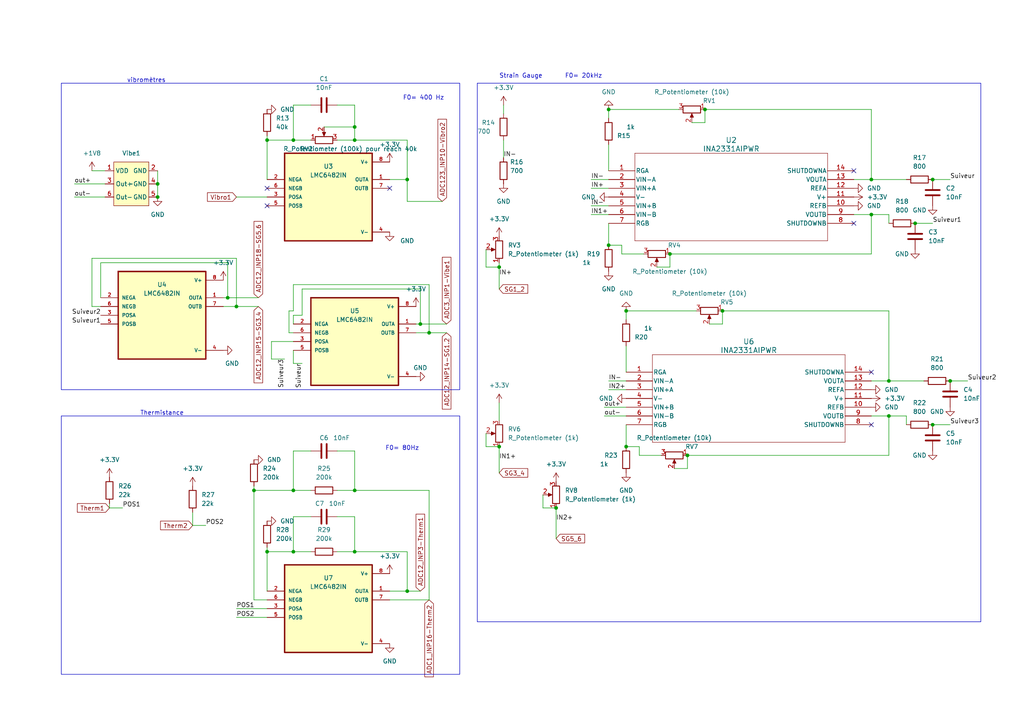
<source format=kicad_sch>
(kicad_sch (version 20230121) (generator eeschema)
  (paper "A4")
  (title_block (title "Payload") (rev "0") (company "GAUL"))
  (lib_symbols
    (symbol "Device:C" (pin_numbers hide) (pin_names (offset 0.254))
      (property "Reference" "C" (at 0.635 2.54 0))
      (property "Value" "C" (at 0.635 -2.54 0))
      (symbol "C_0_1"
        (polyline (pts (xy -2.032 -0.762) (xy 2.032 -0.762)) (stroke (width 0.508)))
        (polyline (pts (xy -2.032 0.762) (xy 2.032 0.762)) (stroke (width 0.508)))
      )
      (symbol "C_1_1"
        (pin passive line (at 0 3.81 270) (length 2.794) (name "~") (number "1"))
        (pin passive line (at 0 -3.81 90) (length 2.794) (name "~") (number "2"))
      )
    )
    (symbol "Device:R" (pin_numbers hide) (pin_names (offset 0))
      (property "Reference" "R" (at 2.032 0 90))
      (property "Value" "R" (at 0 0 90))
      (symbol "R_0_1"
        (rectangle (start -1.016 -2.54) (end 1.016 2.54) (stroke (width 0.254)))
      )
      (symbol "R_1_1"
        (pin passive line (at 0 3.81 270) (length 1.27) (name "~") (number "1"))
        (pin passive line (at 0 -3.81 90) (length 1.27) (name "~") (number "2"))
      )
    )
    (symbol "Device:R_Potentiometer" (pin_names (offset 1.016) hide)
      (property "Reference" "RV" (at -4.445 0 90))
      (property "Value" "R_Potentiometer" (at -2.54 0 90))
      (symbol "R_Potentiometer_0_1"
        (polyline (pts (xy 2.54 0) (xy 1.524 0)))
        (polyline (pts (xy 1.143 0) (xy 2.286 0.508) (xy 2.286 -0.508) (xy 1.143 0)) (fill (type outline)))
        (rectangle (start 1.016 2.54) (end -1.016 -2.54) (stroke (width 0.254)))
      )
      (symbol "R_Potentiometer_1_1"
        (pin passive line (at 0 3.81 270) (length 1.27) (name "1") (number "1"))
        (pin passive line (at 3.81 0 180) (length 1.27) (name "2") (number "2"))
        (pin passive line (at 0 -3.81 90) (length 1.27) (name "3") (number "3"))
      )
    )
    (symbol "GAUL-Symboles:INA2331AIPWR" (pin_names (offset 0.254))
      (property "Reference" "U" (at 35.56 10.16 0))
      (property "Value" "INA2331AIPWR" (at 35.56 7.62 0))
      (symbol "INA2331AIPWR_0_1"
        (polyline (pts (xy 7.62 -20.32) (xy 63.5 -20.32)) (stroke (width 0.127)))
        (polyline (pts (xy 7.62 5.08) (xy 7.62 -20.32)) (stroke (width 0.127)))
        (polyline (pts (xy 63.5 -20.32) (xy 63.5 5.08)) (stroke (width 0.127)))
        (polyline (pts (xy 63.5 5.08) (xy 7.62 5.08)) (stroke (width 0.127)))
        (pin unspecified line (at 0 0 0) (length 7.62) (name "RGA") (number "1"))
        (pin unspecified line (at 71.12 -10.16 180) (length 7.62) (name "REFB") (number "10"))
        (pin power_in line (at 71.12 -7.62 180) (length 7.62) (name "V+") (number "11"))
        (pin unspecified line (at 71.12 -5.08 180) (length 7.62) (name "REFA") (number "12"))
        (pin output line (at 71.12 -2.54 180) (length 7.62) (name "VOUTA") (number "13"))
        (pin unspecified line (at 71.12 0 180) (length 7.62) (name "SHUTDOWNA") (number "14"))
        (pin input line (at 0 -2.54 0) (length 7.62) (name "VIN-A") (number "2"))
        (pin input line (at 0 -5.08 0) (length 7.62) (name "VIN+A") (number "3"))
        (pin power_in line (at 0 -7.62 0) (length 7.62) (name "V-") (number "4"))
        (pin input line (at 0 -10.16 0) (length 7.62) (name "VIN+B") (number "5"))
        (pin input line (at 0 -12.7 0) (length 7.62) (name "VIN-B") (number "6"))
        (pin unspecified line (at 0 -15.24 0) (length 7.62) (name "RGB") (number "7"))
        (pin unspecified line (at 71.12 -15.24 180) (length 7.62) (name "SHUTDOWNB") (number "8"))
        (pin output line (at 71.12 -12.7 180) (length 7.62) (name "VOUTB") (number "9"))
      )
    )
    (symbol "GAUL-Symboles:LMC6482IN" (pin_names (offset 1.016))
      (property "Reference" "U" (at -12.7 13.7 0))
      (property "Value" "LMC6482IN" (at -12.7 -16.7 0))
      (symbol "LMC6482IN_0_0"
        (rectangle (start -12.7 -12.7) (end 12.7 12.7) (stroke (width 0.41)) (fill (type background)))
        (pin output line (at 17.78 5.08 180) (length 5.08) (name "OUTA") (number "1"))
        (pin input line (at -17.78 5.08 0) (length 5.08) (name "NEGA") (number "2"))
        (pin input line (at -17.78 0 0) (length 5.08) (name "POSA") (number "3"))
        (pin power_in line (at 17.78 -10.16 180) (length 5.08) (name "V-") (number "4"))
        (pin input line (at -17.78 -2.54 0) (length 5.08) (name "POSB") (number "5"))
        (pin input line (at -17.78 2.54 0) (length 5.08) (name "NEGB") (number "6"))
        (pin output line (at 17.78 2.54 180) (length 5.08) (name "OUTB") (number "7"))
        (pin power_in line (at 17.78 10.16 180) (length 5.08) (name "V+") (number "8"))
      )
    )
    (symbol "GAUL-Symboles:Vibromètre_(Surface_Mount)"
      (property "Reference" "Vibe1" (at 0 8.89 0))
      (property "Value" "~" (at 0 0 0))
      (symbol "Vibromètre_(Surface_Mount)_1_1"
        (rectangle (start -5.08 6.35) (end 5.08 -6.35) (fill (type background)))
        (pin input line (at -7.62 3.81 0) (length 2.54) (name "VDD") (number "1"))
        (pin power_in line (at 7.62 3.81 180) (length 2.54) (name "GND") (number "2"))
        (pin output line (at -7.62 0 0) (length 2.54) (name "Out+") (number "3"))
        (pin power_in line (at 7.62 0 180) (length 2.54) (name "GND") (number "4"))
        (pin power_in line (at 7.62 -3.81 180) (length 2.54) (name "GND") (number "5"))
        (pin output line (at -7.62 -3.81 0) (length 2.54) (name "Out-") (number "6"))
      )
    )
    (symbol "power:+1V8" (power) (pin_names (offset 0))
      (property "Value" "+1V8" (at 0 3.556 0))
      (symbol "+1V8_0_1"
        (polyline (pts (xy -0.762 1.27) (xy 0 2.54)))
        (polyline (pts (xy 0 0) (xy 0 2.54)))
        (polyline (pts (xy 0 2.54) (xy 0.762 1.27)))
      )
      (symbol "+1V8_1_1"
        (pin power_in line (at 0 0 90) (length 0) hide (name "+1V8") (number "1"))
      )
    )
    (symbol "power:+3.3V" (power) (pin_names (offset 0))
      (property "Value" "+3.3V" (at 0 3.556 0))
      (symbol "+3.3V_0_1"
        (polyline (pts (xy -0.762 1.27) (xy 0 2.54)))
        (polyline (pts (xy 0 0) (xy 0 2.54)))
        (polyline (pts (xy 0 2.54) (xy 0.762 1.27)))
      )
      (symbol "+3.3V_1_1"
        (pin power_in line (at 0 0 90) (length 0) hide (name "+3.3V") (number "1"))
      )
    )
    (symbol "power:GND" (power) (pin_names (offset 0))
      (property "Value" "GND" (at 0 -3.81 0))
      (symbol "GND_0_1"
        (polyline (pts (xy 0 0) (xy 0 -1.27) (xy 1.27 -1.27) (xy 0 -2.54) (xy -1.27 -1.27) (xy 0 -1.27)))
      )
      (symbol "GND_1_1"
        (pin power_in line (at 0 0 270) (length 0) hide (name "GND") (number "1"))
      )
    )
  )
  (junction (at 68.58 88.9))
  (junction (at 181.61 90.17))
  (junction (at 121.92 93.98))
  (junction (at 77.47 160.02))
  (junction (at 161.29 147.32))
  (junction (at 85.09 40.64))
  (junction (at 45.72 53.34))
  (junction (at 265.43 64.77))
  (junction (at 270.51 123.19))
  (junction (at 204.47 31.75))
  (junction (at 118.11 52.07))
  (junction (at 102.87 36.83))
  (junction (at 270.51 52.07))
  (junction (at 102.87 160.02))
  (junction (at 144.78 77.47))
  (junction (at 102.87 40.64))
  (junction (at 199.39 132.08))
  (junction (at 85.09 160.02))
  (junction (at 73.66 142.24))
  (junction (at 176.53 31.75))
  (junction (at 176.53 71.12))
  (junction (at 77.47 40.64))
  (junction (at 66.04 86.36))
  (junction (at 181.61 129.54))
  (junction (at 118.11 171.45))
  (junction (at 144.78 129.54))
  (junction (at 252.73 62.23))
  (junction (at 102.87 142.24))
  (junction (at 257.81 110.49))
  (junction (at 85.09 142.24))
  (junction (at 257.81 120.65))
  (junction (at 252.73 52.07))
  (junction (at 275.59 110.49))
  (junction (at 124.46 96.52))
  (junction (at 209.55 90.17))
  (junction (at 194.31 73.66))
  (junction (at 45.72 57.15))
  (no_connect (at 247.65 49.53))
  (no_connect (at 252.73 107.95))
  (no_connect (at 247.65 64.77))
  (no_connect (at 77.47 59.69))
  (no_connect (at 77.47 54.61))
  (no_connect (at 113.03 54.61))
  (no_connect (at 252.73 123.19))
  (wire (pts (xy 55.88 152.4) (xy 55.88 148.59)))
  (wire (pts (xy 140.97 129.54) (xy 144.78 129.54)))
  (wire (pts (xy 176.53 41.91) (xy 176.53 49.53)))
  (wire (pts (xy 252.73 73.66) (xy 252.73 62.23)))
  (wire (pts (xy 68.58 179.07) (xy 77.47 179.07)))
  (wire (pts (xy 74.93 88.9) (xy 68.58 88.9)))
  (wire (pts (xy 124.46 96.52) (xy 120.65 96.52)))
  (wire (pts (xy 204.47 31.75) (xy 252.73 31.75)))
  (wire (pts (xy 66.04 86.36) (xy 64.77 86.36)))
  (wire (pts (xy 257.81 132.08) (xy 257.81 120.65)))
  (wire (pts (xy 97.79 30.48) (xy 102.87 30.48)))
  (wire (pts (xy 171.45 54.61) (xy 176.53 54.61)))
  (wire (pts (xy 205.74 93.98) (xy 209.55 93.98)))
  (wire (pts (xy 21.59 53.34) (xy 30.48 53.34)))
  (wire (pts (xy 140.97 72.39) (xy 140.97 77.47)))
  (wire (pts (xy 97.79 160.02) (xy 102.87 160.02)))
  (wire (pts (xy 21.59 57.15) (xy 30.48 57.15)))
  (wire (pts (xy 85.09 160.02) (xy 90.17 160.02)))
  (wire (pts (xy 157.48 147.32) (xy 161.29 147.32)))
  (wire (pts (xy 157.48 143.51) (xy 157.48 147.32)))
  (wire (pts (xy 97.79 40.64) (xy 102.87 40.64)))
  (wire (pts (xy 252.73 52.07) (xy 247.65 52.07)))
  (wire (pts (xy 118.11 160.02) (xy 118.11 171.45)))
  (wire (pts (xy 29.21 88.9) (xy 26.67 88.9)))
  (wire (pts (xy 124.46 173.99) (xy 113.03 173.99)))
  (wire (pts (xy 262.89 52.07) (xy 252.73 52.07)))
  (wire (pts (xy 102.87 142.24) (xy 124.46 142.24)))
  (wire (pts (xy 176.53 31.75) (xy 176.53 34.29)))
  (wire (pts (xy 257.81 64.77) (xy 257.81 62.23)))
  (wire (pts (xy 181.61 100.33) (xy 181.61 107.95)))
  (wire (pts (xy 144.78 77.47) (xy 144.78 83.82)))
  (wire (pts (xy 102.87 160.02) (xy 118.11 160.02)))
  (wire (pts (xy 118.11 52.07) (xy 113.03 52.07)))
  (wire (pts (xy 90.17 30.48) (xy 85.09 30.48)))
  (wire (pts (xy 270.51 52.07) (xy 275.59 52.07)))
  (wire (pts (xy 146.05 33.02) (xy 146.05 30.48)))
  (wire (pts (xy 85.09 149.86) (xy 85.09 160.02)))
  (wire (pts (xy 124.46 142.24) (xy 124.46 173.99)))
  (wire (pts (xy 97.79 130.81) (xy 102.87 130.81)))
  (wire (pts (xy 252.73 62.23) (xy 247.65 62.23)))
  (wire (pts (xy 102.87 149.86) (xy 102.87 160.02)))
  (wire (pts (xy 176.53 31.75) (xy 196.85 31.75)))
  (wire (pts (xy 267.97 110.49) (xy 257.81 110.49)))
  (wire (pts (xy 85.09 142.24) (xy 90.17 142.24)))
  (wire (pts (xy 204.47 35.56) (xy 204.47 31.75)))
  (wire (pts (xy 85.09 130.81) (xy 85.09 142.24)))
  (wire (pts (xy 129.54 96.52) (xy 124.46 96.52)))
  (wire (pts (xy 29.21 76.2) (xy 66.04 76.2)))
  (wire (pts (xy 85.09 90.17) (xy 85.09 82.55)))
  (wire (pts (xy 181.61 129.54) (xy 181.61 123.19)))
  (wire (pts (xy 252.73 31.75) (xy 252.73 52.07)))
  (wire (pts (xy 66.04 76.2) (xy 66.04 86.36)))
  (wire (pts (xy 171.45 52.07) (xy 176.53 52.07)))
  (wire (pts (xy 68.58 176.53) (xy 77.47 176.53)))
  (wire (pts (xy 102.87 130.81) (xy 102.87 142.24)))
  (wire (pts (xy 85.09 105.41) (xy 85.09 101.6)))
  (wire (pts (xy 176.53 110.49) (xy 181.61 110.49)))
  (wire (pts (xy 199.39 132.08) (xy 257.81 132.08)))
  (wire (pts (xy 97.79 142.24) (xy 102.87 142.24)))
  (wire (pts (xy 26.67 49.53) (xy 30.48 49.53)))
  (wire (pts (xy 144.78 121.92) (xy 144.78 116.84)))
  (wire (pts (xy 146.05 40.64) (xy 146.05 45.72)))
  (wire (pts (xy 73.66 173.99) (xy 73.66 142.24)))
  (wire (pts (xy 31.75 146.05) (xy 31.75 147.32)))
  (wire (pts (xy 83.82 96.52) (xy 85.09 96.52)))
  (wire (pts (xy 68.58 74.93) (xy 68.58 88.9)))
  (wire (pts (xy 180.34 73.66) (xy 180.34 71.12)))
  (wire (pts (xy 90.17 130.81) (xy 85.09 130.81)))
  (wire (pts (xy 68.58 57.15) (xy 77.47 57.15)))
  (wire (pts (xy 118.11 40.64) (xy 118.11 52.07)))
  (wire (pts (xy 171.45 59.69) (xy 176.53 59.69)))
  (wire (pts (xy 140.97 125.73) (xy 140.97 129.54)))
  (wire (pts (xy 257.81 110.49) (xy 252.73 110.49)))
  (wire (pts (xy 175.26 120.65) (xy 181.61 120.65)))
  (wire (pts (xy 118.11 171.45) (xy 113.03 171.45)))
  (wire (pts (xy 176.53 113.03) (xy 181.61 113.03)))
  (wire (pts (xy 78.74 104.14) (xy 78.74 99.06)))
  (wire (pts (xy 77.47 40.64) (xy 77.47 52.07)))
  (wire (pts (xy 87.63 91.44) (xy 85.09 91.44)))
  (wire (pts (xy 124.46 82.55) (xy 124.46 96.52)))
  (wire (pts (xy 257.81 120.65) (xy 252.73 120.65)))
  (wire (pts (xy 129.54 93.98) (xy 121.92 93.98)))
  (wire (pts (xy 265.43 64.77) (xy 270.51 64.77)))
  (wire (pts (xy 26.67 74.93) (xy 68.58 74.93)))
  (wire (pts (xy 180.34 71.12) (xy 176.53 71.12)))
  (wire (pts (xy 83.82 96.52) (xy 83.82 90.17)))
  (wire (pts (xy 78.74 99.06) (xy 85.09 99.06)))
  (wire (pts (xy 102.87 36.83) (xy 102.87 40.64)))
  (wire (pts (xy 87.63 83.82) (xy 121.92 83.82)))
  (wire (pts (xy 77.47 173.99) (xy 73.66 173.99)))
  (wire (pts (xy 209.55 90.17) (xy 257.81 90.17)))
  (wire (pts (xy 262.89 120.65) (xy 257.81 120.65)))
  (wire (pts (xy 195.58 135.89) (xy 199.39 135.89)))
  (wire (pts (xy 262.89 123.19) (xy 262.89 120.65)))
  (wire (pts (xy 270.51 123.19) (xy 275.59 123.19)))
  (wire (pts (xy 26.67 88.9) (xy 26.67 74.93)))
  (wire (pts (xy 257.81 62.23) (xy 252.73 62.23)))
  (wire (pts (xy 171.45 62.23) (xy 176.53 62.23)))
  (wire (pts (xy 45.72 53.34) (xy 45.72 57.15)))
  (wire (pts (xy 93.98 36.83) (xy 102.87 36.83)))
  (wire (pts (xy 29.21 86.36) (xy 29.21 76.2)))
  (wire (pts (xy 45.72 49.53) (xy 45.72 53.34)))
  (wire (pts (xy 200.66 35.56) (xy 204.47 35.56)))
  (wire (pts (xy 161.29 147.32) (xy 161.29 156.21)))
  (wire (pts (xy 90.17 149.86) (xy 85.09 149.86)))
  (wire (pts (xy 194.31 73.66) (xy 252.73 73.66)))
  (wire (pts (xy 121.92 83.82) (xy 121.92 93.98)))
  (wire (pts (xy 74.93 86.36) (xy 66.04 86.36)))
  (wire (pts (xy 176.53 71.12) (xy 176.53 64.77)))
  (wire (pts (xy 144.78 77.47) (xy 144.78 76.2)))
  (wire (pts (xy 55.88 152.4) (xy 59.69 152.4)))
  (wire (pts (xy 191.77 132.08) (xy 185.42 132.08)))
  (wire (pts (xy 85.09 40.64) (xy 90.17 40.64)))
  (wire (pts (xy 128.27 58.42) (xy 118.11 58.42)))
  (wire (pts (xy 68.58 88.9) (xy 64.77 88.9)))
  (wire (pts (xy 87.63 83.82) (xy 87.63 91.44)))
  (wire (pts (xy 85.09 91.44) (xy 85.09 93.98)))
  (wire (pts (xy 77.47 39.37) (xy 77.47 40.64)))
  (wire (pts (xy 118.11 58.42) (xy 118.11 52.07)))
  (wire (pts (xy 77.47 160.02) (xy 77.47 171.45)))
  (wire (pts (xy 181.61 90.17) (xy 201.93 90.17)))
  (wire (pts (xy 190.5 77.47) (xy 194.31 77.47)))
  (wire (pts (xy 102.87 40.64) (xy 118.11 40.64)))
  (wire (pts (xy 77.47 158.75) (xy 77.47 160.02)))
  (wire (pts (xy 275.59 110.49) (xy 280.67 110.49)))
  (wire (pts (xy 97.79 149.86) (xy 102.87 149.86)))
  (wire (pts (xy 118.11 171.45) (xy 121.92 171.45)))
  (wire (pts (xy 175.26 118.11) (xy 181.61 118.11)))
  (wire (pts (xy 85.09 82.55) (xy 124.46 82.55)))
  (wire (pts (xy 87.63 105.41) (xy 85.09 105.41)))
  (wire (pts (xy 85.09 30.48) (xy 85.09 40.64)))
  (wire (pts (xy 83.82 90.17) (xy 85.09 90.17)))
  (wire (pts (xy 194.31 77.47) (xy 194.31 73.66)))
  (wire (pts (xy 77.47 160.02) (xy 85.09 160.02)))
  (wire (pts (xy 140.97 77.47) (xy 144.78 77.47)))
  (wire (pts (xy 144.78 129.54) (xy 144.78 137.16)))
  (wire (pts (xy 185.42 132.08) (xy 185.42 129.54)))
  (wire (pts (xy 35.56 147.32) (xy 31.75 147.32)))
  (wire (pts (xy 199.39 135.89) (xy 199.39 132.08)))
  (wire (pts (xy 181.61 90.17) (xy 181.61 92.71)))
  (wire (pts (xy 73.66 142.24) (xy 85.09 142.24)))
  (wire (pts (xy 209.55 93.98) (xy 209.55 90.17)))
  (wire (pts (xy 185.42 129.54) (xy 181.61 129.54)))
  (wire (pts (xy 121.92 93.98) (xy 120.65 93.98)))
  (wire (pts (xy 78.74 104.14) (xy 82.55 104.14)))
  (wire (pts (xy 257.81 90.17) (xy 257.81 110.49)))
  (wire (pts (xy 77.47 40.64) (xy 85.09 40.64)))
  (wire (pts (xy 73.66 142.24) (xy 73.66 140.97)))
  (wire (pts (xy 102.87 30.48) (xy 102.87 36.83)))
  (wire (pts (xy 186.69 73.66) (xy 180.34 73.66)))
  (rectangle (start 17.78 24.13) (end 133.35 113.03))
  (rectangle (start 138.43 24.13) (end 284.48 180.34))
  (rectangle (start 17.78 120.65) (end 133.35 195.58))
  (text "F0= 80Hz" (at 111.76 130.81 0) (effects (font (size 1.27 1.27)) (justify left bottom)))
  (text "Strain Gauge" (at 144.78 22.86 0) (effects (font (size 1.27 1.27)) (justify left bottom)))
  (text "F0= 20kHz" (at 163.83 22.86 0) (effects (font (size 1.27 1.27)) (justify left bottom)))
  (text "vibromètres\n" (at 36.83 24.13 0) (effects (font (size 1.27 1.27)) (justify left bottom)))
  (text "F0= 400 Hz" (at 116.84 29.21 0) (effects (font (size 1.27 1.27)) (justify left bottom)))
  (text "Thermistance" (at 40.64 120.65 0) (effects (font (size 1.27 1.27)) (justify left bottom)))
  (label "POS1" (at 35.56 147.32 0))
  (label "out-" (at 21.59 57.15 0))
  (label "Suiveur3" (at 82.55 104.14 270))
  (label "Suiveur" (at 275.59 52.07 0))
  (label "Suiveur" (at 87.63 105.41 270))
  (label "POS1" (at 68.58 176.53 0))
  (label "IN+" (at 144.78 80.01 0))
  (label "Suiveur1" (at 270.51 64.77 0))
  (label "IN1+" (at 171.45 62.23 0))
  (label "Suiveur1" (at 29.21 93.98 180))
  (label "IN1+" (at 144.78 133.35 0))
  (label "Suiveur2" (at 280.67 110.49 0))
  (label "Suiveur2" (at 29.21 91.44 180))
  (label "out-" (at 175.26 120.65 0))
  (label "IN-" (at 171.45 52.07 0))
  (label "IN-" (at 176.53 110.49 0))
  (label "out+" (at 175.26 118.11 0))
  (label "IN-" (at 171.45 59.69 0))
  (label "IN2+" (at 176.53 113.03 0))
  (label "Suiveur3" (at 275.59 123.19 0))
  (label "POS2" (at 59.69 152.4 0))
  (label "IN-" (at 146.05 45.72 0))
  (label "IN2+" (at 161.29 151.13 0))
  (label "out+" (at 21.59 53.34 0))
  (label "IN+" (at 171.45 54.61 0))
  (label "POS2" (at 68.58 179.07 0))
  (global_label "ADC12_INP15-SG3.4" (shape input) (at 74.93 88.9 270) (property "Intersheetrefs" "${INTERSHEET_REFS}" (effects hide)))
  (global_label "ADC12_INP18-SG5.6" (shape input) (at 74.93 86.36 90) (property "Intersheetrefs" "${INTERSHEET_REFS}" (effects hide)))
  (global_label "Therm1" (shape input) (at 31.75 147.32 180) (property "Intersheetrefs" "${INTERSHEET_REFS}" (effects hide)))
  (global_label "ADC123_INP10-Vibro2" (shape input) (at 128.27 58.42 90) (property "Intersheetrefs" "${INTERSHEET_REFS}" (effects hide)))
  (global_label "SG1_2" (shape input) (at 144.78 83.82 0) (property "Intersheetrefs" "${INTERSHEET_REFS}" (effects hide)))
  (global_label "Therm2" (shape input) (at 55.88 152.4 180) (property "Intersheetrefs" "${INTERSHEET_REFS}" (effects hide)))
  (global_label "ADC12_INP14-SG1.2" (shape input) (at 129.54 96.52 270) (property "Intersheetrefs" "${INTERSHEET_REFS}" (effects hide)))
  (global_label "ADC12_INP3-Therm1" (shape input) (at 121.92 171.45 90) (property "Intersheetrefs" "${INTERSHEET_REFS}" (effects hide)))
  (global_label "SG3_4" (shape input) (at 144.78 137.16 0) (property "Intersheetrefs" "${INTERSHEET_REFS}" (effects hide)))
  (global_label "SG5_6" (shape input) (at 161.29 156.21 0) (property "Intersheetrefs" "${INTERSHEET_REFS}" (effects hide)))
  (global_label "Vibro1" (shape input) (at 68.58 57.15 180) (property "Intersheetrefs" "${INTERSHEET_REFS}" (effects hide)))
  (global_label "ADC1_INP16-Therm2" (shape input) (at 124.46 173.99 270) (property "Intersheetrefs" "${INTERSHEET_REFS}" (effects hide)))
  (global_label "ADC3_INP1-Vibe1" (shape input) (at 129.54 93.98 90) (property "Intersheetrefs" "${INTERSHEET_REFS}" (effects hide)))
  (symbol (lib_id "Device:R") (at 146.05 36.83 0) (unit 1)
    (property "Reference" "R14" (at 139.7 35.56 0) (effects (justify left)))
    (property "Value" "700" (at 138.43 38.1 0) (effects (justify left)))
    (property "Footprint" "Resistor_SMD:R_0603_1608Metric" (effects hide))
  )
  (symbol (lib_id "Device:C") (at 93.98 30.48 90) (unit 1)
    (property "Reference" "C1" (at 93.98 22.86 90))
    (property "Value" "10nF" (at 93.98 25.4 90))
    (property "Footprint" "Capacitor_SMD:C_0603_1608Metric_Pad1.08x0.95mm_HandSolder" (effects hide))
  )
  (symbol (lib_id "Device:R") (at 271.78 110.49 90) (unit 1)
    (property "Reference" "R21" (at 271.78 104.14 90))
    (property "Value" "800" (at 271.78 106.68 90))
    (property "Footprint" "Resistor_SMD:R_0603_1608Metric" (effects hide))
  )
  (symbol (lib_id "GAUL-Symboles:INA2331AIPWR") (at 181.61 107.95 0) (unit 1)
    (property "Reference" "U6" (at 217.17 99.06 0) (effects (font (size 1.524 1.524))))
    (property "Value" "INA2331AIPWR" (at 217.17 101.6 0) (effects (font (size 1.524 1.524))))
    (property "Footprint" "GAUL-Empreintes:INA2331" (effects hide))
    (property "Datasheet" "INA2331AIPWR" (effects hide))
  )
  (symbol (lib_id "Device:C") (at 275.59 114.3 0) (unit 1)
    (property "Reference" "C4" (at 279.4 113.03 0) (effects (justify left)))
    (property "Value" "10nF" (at 279.4 115.57 0) (effects (justify left)))
    (property "Footprint" "Capacitor_SMD:C_0603_1608Metric_Pad1.08x0.95mm_HandSolder" (effects hide))
  )
  (symbol (lib_id "Device:R") (at 93.98 142.24 90) (unit 1)
    (property "Reference" "R25" (at 93.98 135.89 90))
    (property "Value" "200k" (at 93.98 138.43 90))
    (property "Footprint" "Resistor_SMD:R_0603_1608Metric" (effects hide))
  )
  (symbol (lib_id "power:GND") (at 64.77 101.6 90) (unit 1)
    (property "Reference" "#PWR029" (effects hide))
    (property "Value" "GND" (at 67.31 105.41 90))
  )
  (symbol (lib_id "Device:R") (at 146.05 49.53 180) (unit 1)
    (property "Reference" "R16" (at 149.86 46.99 0))
    (property "Value" "700" (at 149.86 49.53 0))
    (property "Footprint" "Resistor_SMD:R_0603_1608Metric" (effects hide))
  )
  (symbol (lib_id "power:+3.3V") (at 146.05 30.48 0) (unit 1)
    (property "Reference" "#PWR09" (effects hide))
    (property "Value" "+3.3V" (at 146.05 25.4 0))
  )
  (symbol (lib_id "Device:R_Potentiometer") (at 195.58 132.08 270) (unit 1)
    (property "Reference" "RV7" (at 200.66 129.54 90))
    (property "Value" "R_Potentiometer (10k)" (at 195.58 127 90))
    (property "Footprint" "GAUL-Empreintes:trim_pot_debout-(RES3_66W)" (effects hide))
  )
  (symbol (lib_id "Device:R") (at 266.7 123.19 90) (unit 1)
    (property "Reference" "R22" (at 266.7 116.84 90))
    (property "Value" "800" (at 266.7 119.38 90))
    (property "Footprint" "Resistor_SMD:R_0603_1608Metric" (effects hide))
  )
  (symbol (lib_id "Device:R") (at 77.47 35.56 0) (unit 1)
    (property "Reference" "R13" (at 80.01 34.29 0) (effects (justify left)))
    (property "Value" "40k" (at 80.01 36.83 0) (effects (justify left)))
    (property "Footprint" "Resistor_SMD:R_0603_1608Metric" (effects hide))
  )
  (symbol (lib_id "power:+1V8") (at 26.67 49.53 0) (unit 1)
    (property "Reference" "#PWR014" (effects hide))
    (property "Value" "+1V8" (at 26.67 44.45 0))
  )
  (symbol (lib_id "Device:R_Potentiometer") (at 144.78 125.73 180) (unit 1)
    (property "Reference" "RV6" (at 147.32 124.46 0) (effects (justify right)))
    (property "Value" "R_Potentiometer (1k)" (at 147.32 127 0) (effects (justify right)))
    (property "Footprint" "GAUL-Empreintes:trim_pot_debout-(RES3_66W)" (effects hide))
  )
  (symbol (lib_id "power:GND") (at 73.66 133.35 90) (unit 1)
    (property "Reference" "#PWR039" (effects hide))
    (property "Value" "GND" (at 77.47 133.35 90) (effects (justify right)))
  )
  (symbol (lib_id "GAUL-Symboles:Vibromètre_(Surface_Mount)") (at 38.1 53.34 0) (unit 1)
    (property "Reference" "Vibe1" (at 38.1 44.45 0))
    (property "Value" "~" (at 38.1 53.34 0))
    (property "Footprint" "GAUL-Empreintes:Vibromètre" (effects hide))
  )
  (symbol (lib_id "Device:R") (at 181.61 96.52 180) (unit 1)
    (property "Reference" "R20" (at 187.96 97.79 0) (effects (justify left)))
    (property "Value" "1k" (at 189.23 95.25 0) (effects (justify left)))
    (property "Footprint" "Resistor_SMD:R_0603_1608Metric" (effects hide))
  )
  (symbol (lib_id "Device:R_Potentiometer") (at 190.5 73.66 270) (unit 1)
    (property "Reference" "RV4" (at 195.58 71.12 90))
    (property "Value" "R_Potentiometer (10k)" (at 194.31 78.74 90))
    (property "Footprint" "GAUL-Empreintes:trim_pot_debout-(RES3_66W)" (effects hide))
  )
  (symbol (lib_id "Device:R_Potentiometer") (at 200.66 31.75 270) (unit 1)
    (property "Reference" "RV1" (at 205.74 29.21 90))
    (property "Value" "R_Potentiometer (10k)" (at 200.66 26.67 90))
    (property "Footprint" "GAUL-Empreintes:trim_pot_debout-(RES3_66W)" (effects hide))
  )
  (symbol (lib_id "Device:R") (at 93.98 160.02 90) (unit 1)
    (property "Reference" "R29" (at 93.98 153.67 90))
    (property "Value" "200k" (at 93.98 156.21 90))
    (property "Footprint" "Resistor_SMD:R_0603_1608Metric" (effects hide))
  )
  (symbol (lib_id "Device:R") (at 261.62 64.77 90) (unit 1)
    (property "Reference" "R18" (at 261.62 58.42 90))
    (property "Value" "800" (at 261.62 60.96 90))
    (property "Footprint" "Resistor_SMD:R_0603_1608Metric" (effects hide))
  )
  (symbol (lib_id "power:+3.3V") (at 252.73 115.57 270) (unit 1)
    (property "Reference" "#PWR034" (effects hide))
    (property "Value" "+3.3V" (at 256.54 115.57 90) (effects (justify left)))
  )
  (symbol (lib_id "power:GND") (at 77.47 31.75 90) (unit 1)
    (property "Reference" "#PWR010" (effects hide))
    (property "Value" "GND" (at 81.28 31.75 90) (effects (justify right)))
  )
  (symbol (lib_id "power:+3.3V") (at 144.78 116.84 0) (unit 1)
    (property "Reference" "#PWR035" (effects hide))
    (property "Value" "+3.3V" (at 144.78 111.76 0))
  )
  (symbol (lib_id "Device:R") (at 77.47 154.94 0) (unit 1)
    (property "Reference" "R28" (at 80.01 153.67 0) (effects (justify left)))
    (property "Value" "200k" (at 80.01 156.21 0) (effects (justify left)))
    (property "Footprint" "Resistor_SMD:R_0603_1608Metric" (effects hide))
  )
  (symbol (lib_id "power:+3.3V") (at 55.88 140.97 0) (unit 1)
    (property "Reference" "#PWR043" (effects hide))
    (property "Value" "+3.3V" (at 55.88 135.89 0))
  )
  (symbol (lib_id "Device:R_Potentiometer") (at 205.74 90.17 270) (unit 1)
    (property "Reference" "RV5" (at 210.82 87.63 90))
    (property "Value" "R_Potentiometer (10k)" (at 205.74 85.09 90))
    (property "Footprint" "GAUL-Empreintes:trim_pot_debout-(RES3_66W)" (effects hide))
  )
  (symbol (lib_id "power:GND") (at 45.72 57.15 0) (unit 1)
    (property "Reference" "#PWR017" (effects hide))
    (property "Value" "GND" (at 45.72 62.23 0))
  )
  (symbol (lib_id "power:GND") (at 113.03 186.69 0) (unit 1)
    (property "Reference" "#PWR048" (effects hide))
    (property "Value" "GND" (at 113.03 191.77 0))
  )
  (symbol (lib_id "power:GND") (at 181.61 137.16 0) (unit 1)
    (property "Reference" "#PWR040" (effects hide))
    (property "Value" "GND" (at 181.61 142.24 0))
  )
  (symbol (lib_id "power:GND") (at 247.65 54.61 90) (unit 1)
    (property "Reference" "#PWR016" (effects hide))
    (property "Value" "GND" (at 251.46 54.61 90) (effects (justify right)))
  )
  (symbol (lib_id "Device:R") (at 176.53 38.1 180) (unit 1)
    (property "Reference" "R15" (at 182.88 39.37 0) (effects (justify left)))
    (property "Value" "1k" (at 184.15 36.83 0) (effects (justify left)))
    (property "Footprint" "Resistor_SMD:R_0603_1608Metric" (effects hide))
  )
  (symbol (lib_id "Device:R_Potentiometer") (at 161.29 143.51 180) (unit 1)
    (property "Reference" "RV8" (at 163.83 142.24 0) (effects (justify right)))
    (property "Value" "R_Potentiometer (1k)" (at 163.83 144.78 0) (effects (justify right)))
    (property "Footprint" "GAUL-Empreintes:trim_pot_debout-(RES3_66W)" (effects hide))
  )
  (symbol (lib_id "power:+3.3V") (at 247.65 57.15 270) (unit 1)
    (property "Reference" "#PWR019" (effects hide))
    (property "Value" "+3.3V" (at 251.46 57.15 90) (effects (justify left)))
  )
  (symbol (lib_id "Device:C") (at 270.51 127 0) (unit 1)
    (property "Reference" "C5" (at 274.32 125.73 0) (effects (justify left)))
    (property "Value" "10nF" (at 274.32 128.27 0) (effects (justify left)))
    (property "Footprint" "Capacitor_SMD:C_0603_1608Metric_Pad1.08x0.95mm_HandSolder" (effects hide))
  )
  (symbol (lib_id "power:+3.3V") (at 113.03 46.99 0) (unit 1)
    (property "Reference" "#PWR013" (effects hide))
    (property "Value" "+3.3V" (at 113.03 41.91 0))
  )
  (symbol (lib_id "power:GND") (at 181.61 90.17 180) (unit 1)
    (property "Reference" "#PWR028" (effects hide))
    (property "Value" "GND" (at 181.61 85.09 0))
  )
  (symbol (lib_id "GAUL-Symboles:LMC6482IN") (at 95.25 57.15 0) (unit 1)
    (property "Reference" "U3" (at 95.25 48.26 0))
    (property "Value" "LMC6482IN" (at 95.25 50.8 0))
    (property "Footprint" "GAUL-Empreintes:LMC6482-SMD-(SOP65P490X110-8N)" (effects hide))
  )
  (symbol (lib_id "power:+3.3V") (at 120.65 88.9 0) (unit 1)
    (property "Reference" "#PWR027" (effects hide))
    (property "Value" "+3.3V" (at 120.65 83.82 0))
  )
  (symbol (lib_id "power:GND") (at 252.73 118.11 90) (unit 1)
    (property "Reference" "#PWR036" (effects hide))
    (property "Value" "GND" (at 256.54 118.11 90) (effects (justify right)))
  )
  (symbol (lib_id "GAUL-Symboles:INA2331AIPWR") (at 176.53 49.53 0) (unit 1)
    (property "Reference" "U2" (at 212.09 40.64 0) (effects (font (size 1.524 1.524))))
    (property "Value" "INA2331AIPWR" (at 212.09 43.18 0) (effects (font (size 1.524 1.524))))
    (property "Footprint" "GAUL-Empreintes:INA2331" (effects hide))
    (property "Datasheet" "INA2331AIPWR" (effects hide))
  )
  (symbol (lib_id "Device:R_Potentiometer") (at 93.98 40.64 90) (unit 1)
    (property "Reference" "RV2" (at 88.9 43.18 90))
    (property "Value" "R_Potentiometer (100k) pour reach 40k" (at 101.6 43.18 90))
    (property "Footprint" "GAUL-Empreintes:trim_pot_debout-(RES3_66W)" (effects hide))
  )
  (symbol (lib_id "GAUL-Symboles:LMC6482IN") (at 95.25 176.53 0) (unit 1)
    (property "Reference" "U7" (at 95.25 167.64 0))
    (property "Value" "LMC6482IN" (at 95.25 170.18 0))
    (property "Footprint" "GAUL-Empreintes:LMC6482-SMD-(SOP65P490X110-8N)" (effects hide))
  )
  (symbol (lib_id "Device:R") (at 73.66 137.16 0) (unit 1)
    (property "Reference" "R24" (at 76.2 135.89 0) (effects (justify left)))
    (property "Value" "200k" (at 76.2 138.43 0) (effects (justify left)))
    (property "Footprint" "Resistor_SMD:R_0603_1608Metric" (effects hide))
  )
  (symbol (lib_id "Device:R") (at 176.53 74.93 0) (unit 1)
    (property "Reference" "R19" (at 170.18 73.66 0) (effects (justify left)))
    (property "Value" "1k" (at 168.91 76.2 0) (effects (justify left)))
    (property "Footprint" "Resistor_SMD:R_0603_1608Metric" (effects hide))
  )
  (symbol (lib_id "power:GND") (at 176.53 78.74 0) (unit 1)
    (property "Reference" "#PWR025" (effects hide))
    (property "Value" "GND" (at 176.53 83.82 0))
  )
  (symbol (lib_id "power:+3.3V") (at 64.77 81.28 0) (unit 1)
    (property "Reference" "#PWR026" (effects hide))
    (property "Value" "+3.3V" (at 64.77 76.2 0))
  )
  (symbol (lib_id "power:GND") (at 77.47 151.13 90) (unit 1)
    (property "Reference" "#PWR044" (effects hide))
    (property "Value" "GND" (at 81.28 151.13 90) (effects (justify right)))
  )
  (symbol (lib_id "GAUL-Symboles:LMC6482IN") (at 46.99 91.44 0) (unit 1)
    (property "Reference" "U4" (at 46.99 82.55 0))
    (property "Value" "LMC6482IN" (at 46.99 85.09 0))
    (property "Footprint" "GAUL-Empreintes:LMC6482-SMD-(SOP65P490X110-8N)" (effects hide))
  )
  (symbol (lib_id "power:GND") (at 270.51 130.81 0) (unit 1)
    (property "Reference" "#PWR038" (effects hide))
    (property "Value" "GND" (at 266.7 132.08 0))
  )
  (symbol (lib_id "power:+3.3V") (at 31.75 138.43 0) (unit 1)
    (property "Reference" "#PWR041" (effects hide))
    (property "Value" "+3.3V" (at 31.75 133.35 0))
  )
  (symbol (lib_id "power:GND") (at 120.65 109.22 90) (unit 1)
    (property "Reference" "#PWR031" (effects hide))
    (property "Value" "GND" (at 121.92 106.68 90))
  )
  (symbol (lib_id "power:GND") (at 275.59 118.11 0) (unit 1)
    (property "Reference" "#PWR037" (effects hide))
    (property "Value" "GND" (at 271.78 119.38 0))
  )
  (symbol (lib_id "Device:R_Potentiometer") (at 144.78 72.39 180) (unit 1)
    (property "Reference" "RV3" (at 147.32 71.12 0) (effects (justify right)))
    (property "Value" "R_Potentiometer (1k)" (at 147.32 73.66 0) (effects (justify right)))
    (property "Footprint" "GAUL-Empreintes:trim_pot_debout-(RES3_66W)" (effects hide))
  )
  (symbol (lib_id "Device:C") (at 265.43 68.58 0) (unit 1)
    (property "Reference" "C3" (at 269.24 67.31 0) (effects (justify left)))
    (property "Value" "10nF" (at 269.24 69.85 0) (effects (justify left)))
    (property "Footprint" "Capacitor_SMD:C_0603_1608Metric_Pad1.08x0.95mm_HandSolder" (effects hide))
  )
  (symbol (lib_id "power:GND") (at 181.61 115.57 270) (unit 1)
    (property "Reference" "#PWR033" (effects hide))
    (property "Value" "GND" (at 177.8 115.57 90) (effects (justify right)))
  )
  (symbol (lib_id "power:GND") (at 146.05 53.34 0) (unit 1)
    (property "Reference" "#PWR015" (effects hide))
    (property "Value" "GND" (at 146.05 58.42 0))
  )
  (symbol (lib_id "Device:R") (at 181.61 133.35 0) (unit 1)
    (property "Reference" "R23" (at 175.26 132.08 0) (effects (justify left)))
    (property "Value" "1k" (at 173.99 134.62 0) (effects (justify left)))
    (property "Footprint" "Resistor_SMD:R_0603_1608Metric" (effects hide))
  )
  (symbol (lib_id "Device:R") (at 31.75 142.24 0) (unit 1)
    (property "Reference" "R26" (at 34.29 140.97 0) (effects (justify left)))
    (property "Value" "22k" (at 34.29 143.51 0) (effects (justify left)))
    (property "Footprint" "Resistor_SMD:R_0603_1608Metric" (effects hide))
  )
  (symbol (lib_id "power:GND") (at 113.03 67.31 0) (unit 1)
    (property "Reference" "#PWR022" (effects hide))
    (property "Value" "GND" (at 118.11 69.85 0))
  )
  (symbol (lib_id "power:+3.3V") (at 161.29 139.7 0) (unit 1)
    (property "Reference" "#PWR042" (effects hide))
    (property "Value" "+3.3V" (at 161.29 134.62 0))
  )
  (symbol (lib_id "power:GND") (at 252.73 113.03 90) (unit 1)
    (property "Reference" "#PWR032" (effects hide))
    (property "Value" "GND" (at 256.54 113.03 90) (effects (justify right)))
  )
  (symbol (lib_id "Device:R") (at 266.7 52.07 90) (unit 1)
    (property "Reference" "R17" (at 266.7 45.72 90))
    (property "Value" "800" (at 266.7 48.26 90))
    (property "Footprint" "Resistor_SMD:R_0603_1608Metric" (effects hide))
  )
  (symbol (lib_id "Device:C") (at 93.98 149.86 90) (unit 1)
    (property "Reference" "C7" (at 92.71 146.05 90))
    (property "Value" "10nF" (at 97.79 146.05 90))
    (property "Footprint" "Capacitor_SMD:C_0603_1608Metric_Pad1.08x0.95mm_HandSolder" (effects hide))
  )
  (symbol (lib_id "power:GND") (at 265.43 72.39 0) (unit 1)
    (property "Reference" "#PWR024" (effects hide))
    (property "Value" "GND" (at 261.62 73.66 0))
  )
  (symbol (lib_id "power:GND") (at 176.53 31.75 180) (unit 1)
    (property "Reference" "#PWR011" (effects hide))
    (property "Value" "GND" (at 176.53 26.67 0))
  )
  (symbol (lib_id "Device:R") (at 55.88 144.78 0) (unit 1)
    (property "Reference" "R27" (at 58.42 143.51 0) (effects (justify left)))
    (property "Value" "22k" (at 58.42 146.05 0) (effects (justify left)))
    (property "Footprint" "Resistor_SMD:R_0603_1608Metric" (effects hide))
  )
  (symbol (lib_id "Device:C") (at 93.98 130.81 90) (unit 1)
    (property "Reference" "C6" (at 93.98 127 90))
    (property "Value" "10nF" (at 99.06 127 90))
    (property "Footprint" "Capacitor_SMD:C_0603_1608Metric_Pad1.08x0.95mm_HandSolder" (effects hide))
  )
  (symbol (lib_id "power:GND") (at 176.53 57.15 270) (unit 1)
    (property "Reference" "#PWR018" (effects hide))
    (property "Value" "GND" (at 172.72 57.15 90) (effects (justify right)))
  )
  (symbol (lib_id "power:GND") (at 270.51 59.69 0) (unit 1)
    (property "Reference" "#PWR021" (effects hide))
    (property "Value" "GND" (at 266.7 60.96 0))
  )
  (symbol (lib_id "power:GND") (at 247.65 59.69 90) (unit 1)
    (property "Reference" "#PWR020" (effects hide))
    (property "Value" "GND" (at 251.46 59.69 90) (effects (justify right)))
  )
  (symbol (lib_id "power:+3.3V") (at 144.78 68.58 0) (unit 1)
    (property "Reference" "#PWR023" (effects hide))
    (property "Value" "+3.3V" (at 144.78 63.5 0))
  )
  (symbol (lib_id "GAUL-Symboles:LMC6482IN") (at 102.87 99.06 0) (unit 1)
    (property "Reference" "U5" (at 102.87 90.17 0))
    (property "Value" "LMC6482IN" (at 102.87 92.71 0))
    (property "Footprint" "GAUL-Empreintes:LMC6482-SMD-(SOP65P490X110-8N)" (effects hide))
  )
  (symbol (lib_id "power:+3.3V") (at 113.03 166.37 0) (unit 1)
    (property "Reference" "#PWR046" (effects hide))
    (property "Value" "+3.3V" (at 113.03 161.29 0))
  )
  (symbol (lib_id "Device:C") (at 270.51 55.88 0) (unit 1)
    (property "Reference" "C2" (at 274.32 54.61 0) (effects (justify left)))
    (property "Value" "10nF" (at 274.32 57.15 0) (effects (justify left)))
    (property "Footprint" "Capacitor_SMD:C_0603_1608Metric_Pad1.08x0.95mm_HandSolder" (effects hide))
  )
)
</source>
